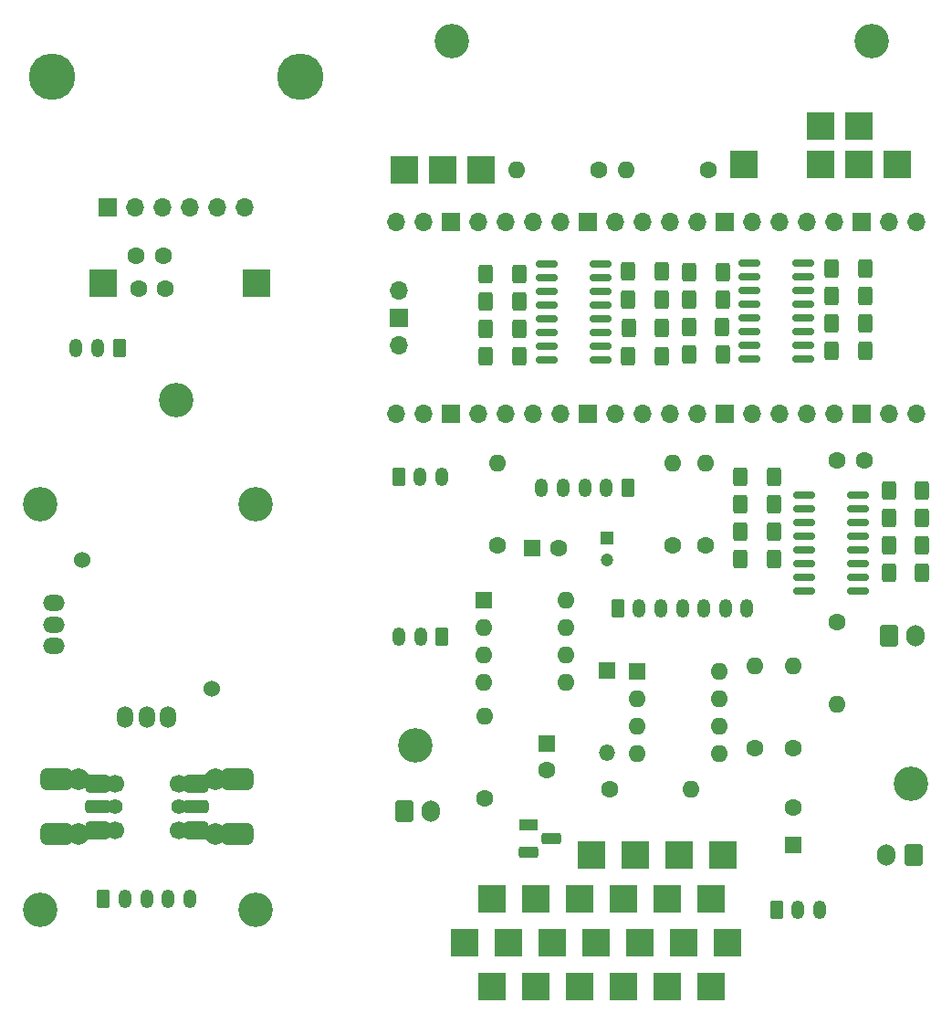
<source format=gts>
%TF.GenerationSoftware,KiCad,Pcbnew,6.0.11+dfsg-1~bpo11+1*%
%TF.CreationDate,2023-11-13T20:24:00+01:00*%
%TF.ProjectId,v4_pico,76345f70-6963-46f2-9e6b-696361645f70,rev?*%
%TF.SameCoordinates,Original*%
%TF.FileFunction,Soldermask,Top*%
%TF.FilePolarity,Negative*%
%FSLAX46Y46*%
G04 Gerber Fmt 4.6, Leading zero omitted, Abs format (unit mm)*
G04 Created by KiCad (PCBNEW 6.0.11+dfsg-1~bpo11+1) date 2023-11-13 20:24:00*
%MOMM*%
%LPD*%
G01*
G04 APERTURE LIST*
G04 Aperture macros list*
%AMRoundRect*
0 Rectangle with rounded corners*
0 $1 Rounding radius*
0 $2 $3 $4 $5 $6 $7 $8 $9 X,Y pos of 4 corners*
0 Add a 4 corners polygon primitive as box body*
4,1,4,$2,$3,$4,$5,$6,$7,$8,$9,$2,$3,0*
0 Add four circle primitives for the rounded corners*
1,1,$1+$1,$2,$3*
1,1,$1+$1,$4,$5*
1,1,$1+$1,$6,$7*
1,1,$1+$1,$8,$9*
0 Add four rect primitives between the rounded corners*
20,1,$1+$1,$2,$3,$4,$5,0*
20,1,$1+$1,$4,$5,$6,$7,0*
20,1,$1+$1,$6,$7,$8,$9,0*
20,1,$1+$1,$8,$9,$2,$3,0*%
G04 Aperture macros list end*
%ADD10R,1.600000X1.600000*%
%ADD11C,1.600000*%
%ADD12R,2.500000X2.500000*%
%ADD13RoundRect,0.150000X-0.825000X-0.150000X0.825000X-0.150000X0.825000X0.150000X-0.825000X0.150000X0*%
%ADD14RoundRect,0.150000X0.825000X0.150000X-0.825000X0.150000X-0.825000X-0.150000X0.825000X-0.150000X0*%
%ADD15RoundRect,0.250000X0.350000X0.625000X-0.350000X0.625000X-0.350000X-0.625000X0.350000X-0.625000X0*%
%ADD16O,1.200000X1.750000*%
%ADD17RoundRect,0.250000X-0.350000X-0.625000X0.350000X-0.625000X0.350000X0.625000X-0.350000X0.625000X0*%
%ADD18C,3.200000*%
%ADD19RoundRect,0.250000X-0.400000X-0.625000X0.400000X-0.625000X0.400000X0.625000X-0.400000X0.625000X0*%
%ADD20RoundRect,0.250000X0.400000X0.625000X-0.400000X0.625000X-0.400000X-0.625000X0.400000X-0.625000X0*%
%ADD21O,1.600000X1.600000*%
%ADD22O,1.700000X1.700000*%
%ADD23R,1.700000X1.700000*%
%ADD24RoundRect,0.250000X-0.600000X-0.750000X0.600000X-0.750000X0.600000X0.750000X-0.600000X0.750000X0*%
%ADD25O,1.700000X2.000000*%
%ADD26R,1.500000X1.500000*%
%ADD27O,1.500000X1.500000*%
%ADD28RoundRect,0.500000X-1.000000X-0.500000X1.000000X-0.500000X1.000000X0.500000X-1.000000X0.500000X0*%
%ADD29C,1.700000*%
%ADD30C,1.400000*%
%ADD31RoundRect,0.425000X-0.725000X-0.425000X0.725000X-0.425000X0.725000X0.425000X-0.725000X0.425000X0*%
%ADD32C,2.000000*%
%ADD33RoundRect,0.300000X-0.850000X-0.300000X0.850000X-0.300000X0.850000X0.300000X-0.850000X0.300000X0*%
%ADD34C,1.524000*%
%ADD35O,1.524000X2.000000*%
%ADD36O,2.000000X1.524000*%
%ADD37C,4.300000*%
%ADD38R,1.800000X1.100000*%
%ADD39RoundRect,0.275000X-0.625000X0.275000X-0.625000X-0.275000X0.625000X-0.275000X0.625000X0.275000X0*%
%ADD40R,1.200000X1.200000*%
%ADD41C,1.200000*%
%ADD42RoundRect,0.250000X0.600000X0.750000X-0.600000X0.750000X-0.600000X-0.750000X0.600000X-0.750000X0*%
G04 APERTURE END LIST*
D10*
X217975000Y-68326000D03*
D11*
X220475000Y-68326000D03*
X246293000Y-60198000D03*
X248793000Y-60198000D03*
D12*
X222377000Y-100838000D03*
X227605000Y-96774000D03*
X234569000Y-100838000D03*
X234569000Y-108966000D03*
X222377000Y-108966000D03*
X223901000Y-104902000D03*
X223541000Y-96774000D03*
X230505000Y-100838000D03*
X214249000Y-108966000D03*
X235733000Y-96774000D03*
X232029000Y-104902000D03*
X236093000Y-104902000D03*
X214249000Y-100838000D03*
X231669000Y-96774000D03*
X226441000Y-100838000D03*
X218313000Y-108966000D03*
X211709000Y-104902000D03*
X230505000Y-108966000D03*
X227965000Y-104902000D03*
X215773000Y-104902000D03*
X218313000Y-100838000D03*
X226441000Y-108966000D03*
X219837000Y-104902000D03*
X206121000Y-33274000D03*
X209677000Y-33274000D03*
X213233000Y-33274000D03*
D13*
X238190000Y-41910000D03*
X238190000Y-43180000D03*
X238190000Y-44450000D03*
X238190000Y-45720000D03*
X238190000Y-46990000D03*
X238190000Y-48260000D03*
X238190000Y-49530000D03*
X238190000Y-50800000D03*
X243140000Y-50800000D03*
X243140000Y-49530000D03*
X243140000Y-48260000D03*
X243140000Y-46990000D03*
X243140000Y-45720000D03*
X243140000Y-44450000D03*
X243140000Y-43180000D03*
X243140000Y-41910000D03*
X219394000Y-42037000D03*
X219394000Y-43307000D03*
X219394000Y-44577000D03*
X219394000Y-45847000D03*
X219394000Y-47117000D03*
X219394000Y-48387000D03*
X219394000Y-49657000D03*
X219394000Y-50927000D03*
X224344000Y-50927000D03*
X224344000Y-49657000D03*
X224344000Y-48387000D03*
X224344000Y-47117000D03*
X224344000Y-45847000D03*
X224344000Y-44577000D03*
X224344000Y-43307000D03*
X224344000Y-42037000D03*
D14*
X248220000Y-72317000D03*
X248220000Y-71047000D03*
X248220000Y-69777000D03*
X248220000Y-68507000D03*
X248220000Y-67237000D03*
X248220000Y-65967000D03*
X248220000Y-64697000D03*
X248220000Y-63427000D03*
X243270000Y-63427000D03*
X243270000Y-64697000D03*
X243270000Y-65967000D03*
X243270000Y-67237000D03*
X243270000Y-68507000D03*
X243270000Y-69777000D03*
X243270000Y-71047000D03*
X243270000Y-72317000D03*
D10*
X242189000Y-95886700D03*
D11*
X242189000Y-92386700D03*
D15*
X226885000Y-62780000D03*
D16*
X224885000Y-62780000D03*
X222885000Y-62780000D03*
X220885000Y-62780000D03*
X218885000Y-62780000D03*
D17*
X225933000Y-73914000D03*
D16*
X227933000Y-73914000D03*
X229933000Y-73914000D03*
X231933000Y-73914000D03*
X233933000Y-73914000D03*
X235933000Y-73914000D03*
X237933000Y-73914000D03*
D17*
X205613000Y-61722000D03*
D16*
X207613000Y-61722000D03*
X209613000Y-61722000D03*
D12*
X244729000Y-29210000D03*
X244729000Y-32766000D03*
X248285000Y-29210000D03*
X248285000Y-32766000D03*
X237617000Y-32766000D03*
X251841000Y-32766000D03*
D18*
X249472000Y-21399500D03*
X210534000Y-21399500D03*
D19*
X245784000Y-47498000D03*
X248884000Y-47498000D03*
X245784000Y-42418000D03*
X248884000Y-42418000D03*
D20*
X235676000Y-45339000D03*
X232576000Y-45339000D03*
X235702000Y-50419000D03*
X232602000Y-50419000D03*
D19*
X226949000Y-47934000D03*
X230049000Y-47934000D03*
X226923000Y-42710000D03*
X230023000Y-42710000D03*
D20*
X216815000Y-45466000D03*
X213715000Y-45466000D03*
X216789000Y-50546000D03*
X213689000Y-50546000D03*
X240411000Y-64262000D03*
X237311000Y-64262000D03*
X240411000Y-69342000D03*
X237311000Y-69342000D03*
D19*
X251079000Y-68072000D03*
X254179000Y-68072000D03*
X251079000Y-62992000D03*
X254179000Y-62992000D03*
X245784000Y-50038000D03*
X248884000Y-50038000D03*
X245784000Y-44958000D03*
X248884000Y-44958000D03*
D20*
X235676000Y-42799000D03*
X232576000Y-42799000D03*
X235650000Y-47879000D03*
X232550000Y-47879000D03*
D19*
X226923000Y-50546000D03*
X230023000Y-50546000D03*
X226923000Y-45322000D03*
X230023000Y-45322000D03*
D20*
X216815000Y-42926000D03*
X213715000Y-42926000D03*
X216789000Y-48006000D03*
X213689000Y-48006000D03*
X240411000Y-61722000D03*
X237311000Y-61722000D03*
X240411000Y-66802000D03*
X237311000Y-66802000D03*
D19*
X251079000Y-70612000D03*
X254179000Y-70612000D03*
X251079000Y-65532000D03*
X254179000Y-65532000D03*
D11*
X234061000Y-68072000D03*
D21*
X234061000Y-60452000D03*
D11*
X213635000Y-91542000D03*
D21*
X213635000Y-83922000D03*
D11*
X214757000Y-68072000D03*
D21*
X214757000Y-60452000D03*
D11*
X224155000Y-33274000D03*
D21*
X216535000Y-33274000D03*
D11*
X234315000Y-33274000D03*
D21*
X226695000Y-33274000D03*
D22*
X253635000Y-38100000D03*
X251095000Y-38100000D03*
D23*
X248555000Y-38100000D03*
D22*
X246015000Y-38100000D03*
X243475000Y-38100000D03*
X240935000Y-38100000D03*
X238395000Y-38100000D03*
D23*
X235855000Y-38100000D03*
D22*
X233315000Y-38100000D03*
X230775000Y-38100000D03*
X228235000Y-38100000D03*
X225695000Y-38100000D03*
D23*
X223155000Y-38100000D03*
D22*
X220615000Y-38100000D03*
X218075000Y-38100000D03*
X215535000Y-38100000D03*
X212995000Y-38100000D03*
D23*
X210455000Y-38100000D03*
D22*
X207915000Y-38100000D03*
X205375000Y-38100000D03*
X205375000Y-55880000D03*
X207915000Y-55880000D03*
D23*
X210455000Y-55880000D03*
D22*
X212995000Y-55880000D03*
X215535000Y-55880000D03*
X218075000Y-55880000D03*
X220615000Y-55880000D03*
D23*
X223155000Y-55880000D03*
D22*
X225695000Y-55880000D03*
X228235000Y-55880000D03*
X230775000Y-55880000D03*
X233315000Y-55880000D03*
D23*
X235855000Y-55880000D03*
D22*
X238395000Y-55880000D03*
X240935000Y-55880000D03*
X243475000Y-55880000D03*
X246015000Y-55880000D03*
D23*
X248555000Y-55880000D03*
D22*
X251095000Y-55880000D03*
X253635000Y-55880000D03*
X205605000Y-44450000D03*
D23*
X205605000Y-46990000D03*
D22*
X205605000Y-49530000D03*
D18*
X172343000Y-101878000D03*
D10*
X213497000Y-73162000D03*
D21*
X213497000Y-75702000D03*
X213497000Y-78242000D03*
X213497000Y-80782000D03*
X221117000Y-80782000D03*
X221117000Y-78242000D03*
X221117000Y-75702000D03*
X221117000Y-73162000D03*
D18*
X207137000Y-86614000D03*
D24*
X206121000Y-92710000D03*
D25*
X208621000Y-92710000D03*
D11*
X183996000Y-44296000D03*
X181496000Y-44296000D03*
X238633000Y-86868000D03*
D21*
X238633000Y-79248000D03*
D10*
X219329000Y-86447600D03*
D11*
X219329000Y-88947600D03*
D17*
X240665000Y-101854000D03*
D16*
X242665000Y-101854000D03*
X244665000Y-101854000D03*
D10*
X227721000Y-79766000D03*
D21*
X227721000Y-82306000D03*
X227721000Y-84846000D03*
X227721000Y-87386000D03*
X235341000Y-87386000D03*
X235341000Y-84846000D03*
X235341000Y-82306000D03*
X235341000Y-79766000D03*
D18*
X184969000Y-54638000D03*
D26*
X224917000Y-79751000D03*
D27*
X224917000Y-87371000D03*
D17*
X178245000Y-100838000D03*
D16*
X180245000Y-100838000D03*
X182245000Y-100838000D03*
X184245000Y-100838000D03*
X186245000Y-100838000D03*
D12*
X192398000Y-43788000D03*
X178174000Y-43788000D03*
D18*
X253111000Y-90170000D03*
D28*
X173863000Y-89796000D03*
D29*
X185195000Y-90186000D03*
D30*
X185195000Y-92336000D03*
D28*
X190627000Y-89796000D03*
D31*
X186817000Y-90186000D03*
D29*
X179295000Y-90186000D03*
D32*
X175895000Y-89796000D03*
D31*
X177673000Y-90186000D03*
D32*
X188595000Y-89796000D03*
D33*
X186817000Y-92336000D03*
D29*
X179295000Y-94486000D03*
D32*
X188595000Y-94876000D03*
D31*
X177673000Y-94486000D03*
D28*
X190627000Y-94876000D03*
D30*
X179295000Y-92336000D03*
D31*
X186817000Y-94486000D03*
D32*
X175895000Y-94876000D03*
D28*
X173863000Y-94876000D03*
D33*
X177673000Y-92336000D03*
D29*
X185195000Y-94486000D03*
D11*
X246253000Y-75184000D03*
D21*
X246253000Y-82804000D03*
D34*
X176245000Y-69446000D03*
X188245000Y-81446000D03*
D35*
X180245000Y-84046000D03*
X182245000Y-84046000D03*
X184245000Y-84046000D03*
D36*
X173645000Y-73446000D03*
X173645000Y-75446000D03*
X173645000Y-77446000D03*
D37*
X196469000Y-24638000D03*
D11*
X225231000Y-90678000D03*
D21*
X232731000Y-90678000D03*
D18*
X192343000Y-101878000D03*
D11*
X242189000Y-86868000D03*
D21*
X242189000Y-79248000D03*
D23*
X178619000Y-36816000D03*
D22*
X181159000Y-36816000D03*
X183699000Y-36816000D03*
X186239000Y-36816000D03*
X188779000Y-36816000D03*
X191319000Y-36816000D03*
D11*
X183762000Y-41248000D03*
X181262000Y-41248000D03*
D18*
X192343000Y-64262000D03*
D11*
X231013000Y-68072000D03*
D21*
X231013000Y-60452000D03*
D38*
X217675000Y-94032000D03*
D39*
X219745000Y-95302000D03*
X217675000Y-96572000D03*
D18*
X172343000Y-64262000D03*
D24*
X251099000Y-76454000D03*
D25*
X253599000Y-76454000D03*
D37*
X173469000Y-24638000D03*
D40*
X224917000Y-67463000D03*
D41*
X224917000Y-69463000D03*
D15*
X179705000Y-49784000D03*
D16*
X177705000Y-49784000D03*
X175705000Y-49784000D03*
D15*
X209645000Y-76544000D03*
D16*
X207645000Y-76544000D03*
X205645000Y-76544000D03*
D42*
X253365000Y-96774000D03*
D25*
X250865000Y-96774000D03*
M02*

</source>
